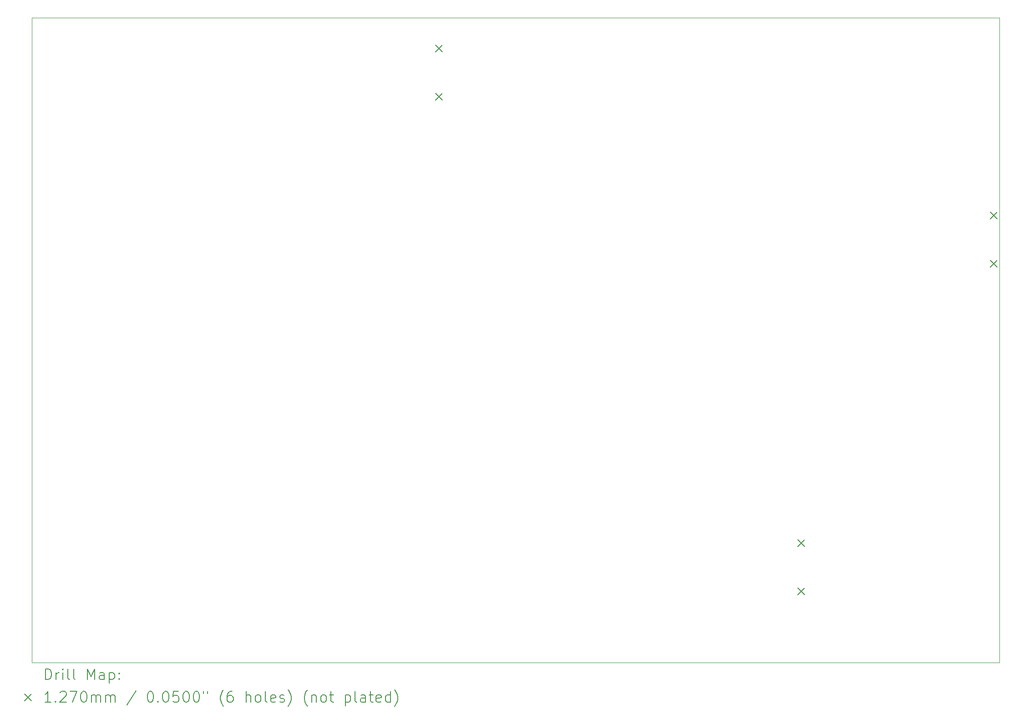
<source format=gbr>
%FSLAX45Y45*%
G04 Gerber Fmt 4.5, Leading zero omitted, Abs format (unit mm)*
G04 Created by KiCad (PCBNEW (6.0.6)) date 2023-04-23 19:50:39*
%MOMM*%
%LPD*%
G01*
G04 APERTURE LIST*
%TA.AperFunction,Profile*%
%ADD10C,0.100000*%
%TD*%
%ADD11C,0.200000*%
%ADD12C,0.127000*%
G04 APERTURE END LIST*
D10*
X4000000Y-14500000D02*
X4000000Y-2500000D01*
X4000000Y-14500000D02*
X22000000Y-14500000D01*
X4000000Y-2500000D02*
X22000000Y-2500000D01*
X22000000Y-14500000D02*
X22000000Y-2500000D01*
D11*
D12*
X11508000Y-3011500D02*
X11635000Y-3138500D01*
X11635000Y-3011500D02*
X11508000Y-3138500D01*
X11508000Y-3911500D02*
X11635000Y-4038500D01*
X11635000Y-3911500D02*
X11508000Y-4038500D01*
X18254000Y-12211500D02*
X18381000Y-12338500D01*
X18381000Y-12211500D02*
X18254000Y-12338500D01*
X18254000Y-13111500D02*
X18381000Y-13238500D01*
X18381000Y-13111500D02*
X18254000Y-13238500D01*
X21829000Y-6116500D02*
X21956000Y-6243500D01*
X21956000Y-6116500D02*
X21829000Y-6243500D01*
X21829000Y-7016500D02*
X21956000Y-7143500D01*
X21956000Y-7016500D02*
X21829000Y-7143500D01*
D11*
X4252619Y-14815476D02*
X4252619Y-14615476D01*
X4300238Y-14615476D01*
X4328810Y-14625000D01*
X4347857Y-14644048D01*
X4357381Y-14663095D01*
X4366905Y-14701190D01*
X4366905Y-14729762D01*
X4357381Y-14767857D01*
X4347857Y-14786905D01*
X4328810Y-14805952D01*
X4300238Y-14815476D01*
X4252619Y-14815476D01*
X4452619Y-14815476D02*
X4452619Y-14682143D01*
X4452619Y-14720238D02*
X4462143Y-14701190D01*
X4471667Y-14691667D01*
X4490714Y-14682143D01*
X4509762Y-14682143D01*
X4576429Y-14815476D02*
X4576429Y-14682143D01*
X4576429Y-14615476D02*
X4566905Y-14625000D01*
X4576429Y-14634524D01*
X4585952Y-14625000D01*
X4576429Y-14615476D01*
X4576429Y-14634524D01*
X4700238Y-14815476D02*
X4681190Y-14805952D01*
X4671667Y-14786905D01*
X4671667Y-14615476D01*
X4805000Y-14815476D02*
X4785952Y-14805952D01*
X4776429Y-14786905D01*
X4776429Y-14615476D01*
X5033571Y-14815476D02*
X5033571Y-14615476D01*
X5100238Y-14758333D01*
X5166905Y-14615476D01*
X5166905Y-14815476D01*
X5347857Y-14815476D02*
X5347857Y-14710714D01*
X5338333Y-14691667D01*
X5319286Y-14682143D01*
X5281190Y-14682143D01*
X5262143Y-14691667D01*
X5347857Y-14805952D02*
X5328810Y-14815476D01*
X5281190Y-14815476D01*
X5262143Y-14805952D01*
X5252619Y-14786905D01*
X5252619Y-14767857D01*
X5262143Y-14748809D01*
X5281190Y-14739286D01*
X5328810Y-14739286D01*
X5347857Y-14729762D01*
X5443095Y-14682143D02*
X5443095Y-14882143D01*
X5443095Y-14691667D02*
X5462143Y-14682143D01*
X5500238Y-14682143D01*
X5519286Y-14691667D01*
X5528810Y-14701190D01*
X5538333Y-14720238D01*
X5538333Y-14777381D01*
X5528810Y-14796428D01*
X5519286Y-14805952D01*
X5500238Y-14815476D01*
X5462143Y-14815476D01*
X5443095Y-14805952D01*
X5624048Y-14796428D02*
X5633571Y-14805952D01*
X5624048Y-14815476D01*
X5614524Y-14805952D01*
X5624048Y-14796428D01*
X5624048Y-14815476D01*
X5624048Y-14691667D02*
X5633571Y-14701190D01*
X5624048Y-14710714D01*
X5614524Y-14701190D01*
X5624048Y-14691667D01*
X5624048Y-14710714D01*
D12*
X3868000Y-15081500D02*
X3995000Y-15208500D01*
X3995000Y-15081500D02*
X3868000Y-15208500D01*
D11*
X4357381Y-15235476D02*
X4243095Y-15235476D01*
X4300238Y-15235476D02*
X4300238Y-15035476D01*
X4281190Y-15064048D01*
X4262143Y-15083095D01*
X4243095Y-15092619D01*
X4443095Y-15216428D02*
X4452619Y-15225952D01*
X4443095Y-15235476D01*
X4433571Y-15225952D01*
X4443095Y-15216428D01*
X4443095Y-15235476D01*
X4528810Y-15054524D02*
X4538333Y-15045000D01*
X4557381Y-15035476D01*
X4605000Y-15035476D01*
X4624048Y-15045000D01*
X4633571Y-15054524D01*
X4643095Y-15073571D01*
X4643095Y-15092619D01*
X4633571Y-15121190D01*
X4519286Y-15235476D01*
X4643095Y-15235476D01*
X4709762Y-15035476D02*
X4843095Y-15035476D01*
X4757381Y-15235476D01*
X4957381Y-15035476D02*
X4976429Y-15035476D01*
X4995476Y-15045000D01*
X5005000Y-15054524D01*
X5014524Y-15073571D01*
X5024048Y-15111667D01*
X5024048Y-15159286D01*
X5014524Y-15197381D01*
X5005000Y-15216428D01*
X4995476Y-15225952D01*
X4976429Y-15235476D01*
X4957381Y-15235476D01*
X4938333Y-15225952D01*
X4928810Y-15216428D01*
X4919286Y-15197381D01*
X4909762Y-15159286D01*
X4909762Y-15111667D01*
X4919286Y-15073571D01*
X4928810Y-15054524D01*
X4938333Y-15045000D01*
X4957381Y-15035476D01*
X5109762Y-15235476D02*
X5109762Y-15102143D01*
X5109762Y-15121190D02*
X5119286Y-15111667D01*
X5138333Y-15102143D01*
X5166905Y-15102143D01*
X5185952Y-15111667D01*
X5195476Y-15130714D01*
X5195476Y-15235476D01*
X5195476Y-15130714D02*
X5205000Y-15111667D01*
X5224048Y-15102143D01*
X5252619Y-15102143D01*
X5271667Y-15111667D01*
X5281190Y-15130714D01*
X5281190Y-15235476D01*
X5376429Y-15235476D02*
X5376429Y-15102143D01*
X5376429Y-15121190D02*
X5385952Y-15111667D01*
X5405000Y-15102143D01*
X5433571Y-15102143D01*
X5452619Y-15111667D01*
X5462143Y-15130714D01*
X5462143Y-15235476D01*
X5462143Y-15130714D02*
X5471667Y-15111667D01*
X5490714Y-15102143D01*
X5519286Y-15102143D01*
X5538333Y-15111667D01*
X5547857Y-15130714D01*
X5547857Y-15235476D01*
X5938333Y-15025952D02*
X5766905Y-15283095D01*
X6195476Y-15035476D02*
X6214524Y-15035476D01*
X6233571Y-15045000D01*
X6243095Y-15054524D01*
X6252619Y-15073571D01*
X6262143Y-15111667D01*
X6262143Y-15159286D01*
X6252619Y-15197381D01*
X6243095Y-15216428D01*
X6233571Y-15225952D01*
X6214524Y-15235476D01*
X6195476Y-15235476D01*
X6176428Y-15225952D01*
X6166905Y-15216428D01*
X6157381Y-15197381D01*
X6147857Y-15159286D01*
X6147857Y-15111667D01*
X6157381Y-15073571D01*
X6166905Y-15054524D01*
X6176428Y-15045000D01*
X6195476Y-15035476D01*
X6347857Y-15216428D02*
X6357381Y-15225952D01*
X6347857Y-15235476D01*
X6338333Y-15225952D01*
X6347857Y-15216428D01*
X6347857Y-15235476D01*
X6481190Y-15035476D02*
X6500238Y-15035476D01*
X6519286Y-15045000D01*
X6528809Y-15054524D01*
X6538333Y-15073571D01*
X6547857Y-15111667D01*
X6547857Y-15159286D01*
X6538333Y-15197381D01*
X6528809Y-15216428D01*
X6519286Y-15225952D01*
X6500238Y-15235476D01*
X6481190Y-15235476D01*
X6462143Y-15225952D01*
X6452619Y-15216428D01*
X6443095Y-15197381D01*
X6433571Y-15159286D01*
X6433571Y-15111667D01*
X6443095Y-15073571D01*
X6452619Y-15054524D01*
X6462143Y-15045000D01*
X6481190Y-15035476D01*
X6728809Y-15035476D02*
X6633571Y-15035476D01*
X6624048Y-15130714D01*
X6633571Y-15121190D01*
X6652619Y-15111667D01*
X6700238Y-15111667D01*
X6719286Y-15121190D01*
X6728809Y-15130714D01*
X6738333Y-15149762D01*
X6738333Y-15197381D01*
X6728809Y-15216428D01*
X6719286Y-15225952D01*
X6700238Y-15235476D01*
X6652619Y-15235476D01*
X6633571Y-15225952D01*
X6624048Y-15216428D01*
X6862143Y-15035476D02*
X6881190Y-15035476D01*
X6900238Y-15045000D01*
X6909762Y-15054524D01*
X6919286Y-15073571D01*
X6928809Y-15111667D01*
X6928809Y-15159286D01*
X6919286Y-15197381D01*
X6909762Y-15216428D01*
X6900238Y-15225952D01*
X6881190Y-15235476D01*
X6862143Y-15235476D01*
X6843095Y-15225952D01*
X6833571Y-15216428D01*
X6824048Y-15197381D01*
X6814524Y-15159286D01*
X6814524Y-15111667D01*
X6824048Y-15073571D01*
X6833571Y-15054524D01*
X6843095Y-15045000D01*
X6862143Y-15035476D01*
X7052619Y-15035476D02*
X7071667Y-15035476D01*
X7090714Y-15045000D01*
X7100238Y-15054524D01*
X7109762Y-15073571D01*
X7119286Y-15111667D01*
X7119286Y-15159286D01*
X7109762Y-15197381D01*
X7100238Y-15216428D01*
X7090714Y-15225952D01*
X7071667Y-15235476D01*
X7052619Y-15235476D01*
X7033571Y-15225952D01*
X7024048Y-15216428D01*
X7014524Y-15197381D01*
X7005000Y-15159286D01*
X7005000Y-15111667D01*
X7014524Y-15073571D01*
X7024048Y-15054524D01*
X7033571Y-15045000D01*
X7052619Y-15035476D01*
X7195476Y-15035476D02*
X7195476Y-15073571D01*
X7271667Y-15035476D02*
X7271667Y-15073571D01*
X7566905Y-15311667D02*
X7557381Y-15302143D01*
X7538333Y-15273571D01*
X7528809Y-15254524D01*
X7519286Y-15225952D01*
X7509762Y-15178333D01*
X7509762Y-15140238D01*
X7519286Y-15092619D01*
X7528809Y-15064048D01*
X7538333Y-15045000D01*
X7557381Y-15016428D01*
X7566905Y-15006905D01*
X7728809Y-15035476D02*
X7690714Y-15035476D01*
X7671667Y-15045000D01*
X7662143Y-15054524D01*
X7643095Y-15083095D01*
X7633571Y-15121190D01*
X7633571Y-15197381D01*
X7643095Y-15216428D01*
X7652619Y-15225952D01*
X7671667Y-15235476D01*
X7709762Y-15235476D01*
X7728809Y-15225952D01*
X7738333Y-15216428D01*
X7747857Y-15197381D01*
X7747857Y-15149762D01*
X7738333Y-15130714D01*
X7728809Y-15121190D01*
X7709762Y-15111667D01*
X7671667Y-15111667D01*
X7652619Y-15121190D01*
X7643095Y-15130714D01*
X7633571Y-15149762D01*
X7985952Y-15235476D02*
X7985952Y-15035476D01*
X8071667Y-15235476D02*
X8071667Y-15130714D01*
X8062143Y-15111667D01*
X8043095Y-15102143D01*
X8014524Y-15102143D01*
X7995476Y-15111667D01*
X7985952Y-15121190D01*
X8195476Y-15235476D02*
X8176428Y-15225952D01*
X8166905Y-15216428D01*
X8157381Y-15197381D01*
X8157381Y-15140238D01*
X8166905Y-15121190D01*
X8176428Y-15111667D01*
X8195476Y-15102143D01*
X8224048Y-15102143D01*
X8243095Y-15111667D01*
X8252619Y-15121190D01*
X8262143Y-15140238D01*
X8262143Y-15197381D01*
X8252619Y-15216428D01*
X8243095Y-15225952D01*
X8224048Y-15235476D01*
X8195476Y-15235476D01*
X8376428Y-15235476D02*
X8357381Y-15225952D01*
X8347857Y-15206905D01*
X8347857Y-15035476D01*
X8528810Y-15225952D02*
X8509762Y-15235476D01*
X8471667Y-15235476D01*
X8452619Y-15225952D01*
X8443095Y-15206905D01*
X8443095Y-15130714D01*
X8452619Y-15111667D01*
X8471667Y-15102143D01*
X8509762Y-15102143D01*
X8528810Y-15111667D01*
X8538333Y-15130714D01*
X8538333Y-15149762D01*
X8443095Y-15168809D01*
X8614524Y-15225952D02*
X8633571Y-15235476D01*
X8671667Y-15235476D01*
X8690714Y-15225952D01*
X8700238Y-15206905D01*
X8700238Y-15197381D01*
X8690714Y-15178333D01*
X8671667Y-15168809D01*
X8643095Y-15168809D01*
X8624048Y-15159286D01*
X8614524Y-15140238D01*
X8614524Y-15130714D01*
X8624048Y-15111667D01*
X8643095Y-15102143D01*
X8671667Y-15102143D01*
X8690714Y-15111667D01*
X8766905Y-15311667D02*
X8776429Y-15302143D01*
X8795476Y-15273571D01*
X8805000Y-15254524D01*
X8814524Y-15225952D01*
X8824048Y-15178333D01*
X8824048Y-15140238D01*
X8814524Y-15092619D01*
X8805000Y-15064048D01*
X8795476Y-15045000D01*
X8776429Y-15016428D01*
X8766905Y-15006905D01*
X9128810Y-15311667D02*
X9119286Y-15302143D01*
X9100238Y-15273571D01*
X9090714Y-15254524D01*
X9081190Y-15225952D01*
X9071667Y-15178333D01*
X9071667Y-15140238D01*
X9081190Y-15092619D01*
X9090714Y-15064048D01*
X9100238Y-15045000D01*
X9119286Y-15016428D01*
X9128810Y-15006905D01*
X9205000Y-15102143D02*
X9205000Y-15235476D01*
X9205000Y-15121190D02*
X9214524Y-15111667D01*
X9233571Y-15102143D01*
X9262143Y-15102143D01*
X9281190Y-15111667D01*
X9290714Y-15130714D01*
X9290714Y-15235476D01*
X9414524Y-15235476D02*
X9395476Y-15225952D01*
X9385952Y-15216428D01*
X9376429Y-15197381D01*
X9376429Y-15140238D01*
X9385952Y-15121190D01*
X9395476Y-15111667D01*
X9414524Y-15102143D01*
X9443095Y-15102143D01*
X9462143Y-15111667D01*
X9471667Y-15121190D01*
X9481190Y-15140238D01*
X9481190Y-15197381D01*
X9471667Y-15216428D01*
X9462143Y-15225952D01*
X9443095Y-15235476D01*
X9414524Y-15235476D01*
X9538333Y-15102143D02*
X9614524Y-15102143D01*
X9566905Y-15035476D02*
X9566905Y-15206905D01*
X9576429Y-15225952D01*
X9595476Y-15235476D01*
X9614524Y-15235476D01*
X9833571Y-15102143D02*
X9833571Y-15302143D01*
X9833571Y-15111667D02*
X9852619Y-15102143D01*
X9890714Y-15102143D01*
X9909762Y-15111667D01*
X9919286Y-15121190D01*
X9928810Y-15140238D01*
X9928810Y-15197381D01*
X9919286Y-15216428D01*
X9909762Y-15225952D01*
X9890714Y-15235476D01*
X9852619Y-15235476D01*
X9833571Y-15225952D01*
X10043095Y-15235476D02*
X10024048Y-15225952D01*
X10014524Y-15206905D01*
X10014524Y-15035476D01*
X10205000Y-15235476D02*
X10205000Y-15130714D01*
X10195476Y-15111667D01*
X10176429Y-15102143D01*
X10138333Y-15102143D01*
X10119286Y-15111667D01*
X10205000Y-15225952D02*
X10185952Y-15235476D01*
X10138333Y-15235476D01*
X10119286Y-15225952D01*
X10109762Y-15206905D01*
X10109762Y-15187857D01*
X10119286Y-15168809D01*
X10138333Y-15159286D01*
X10185952Y-15159286D01*
X10205000Y-15149762D01*
X10271667Y-15102143D02*
X10347857Y-15102143D01*
X10300238Y-15035476D02*
X10300238Y-15206905D01*
X10309762Y-15225952D01*
X10328810Y-15235476D01*
X10347857Y-15235476D01*
X10490714Y-15225952D02*
X10471667Y-15235476D01*
X10433571Y-15235476D01*
X10414524Y-15225952D01*
X10405000Y-15206905D01*
X10405000Y-15130714D01*
X10414524Y-15111667D01*
X10433571Y-15102143D01*
X10471667Y-15102143D01*
X10490714Y-15111667D01*
X10500238Y-15130714D01*
X10500238Y-15149762D01*
X10405000Y-15168809D01*
X10671667Y-15235476D02*
X10671667Y-15035476D01*
X10671667Y-15225952D02*
X10652619Y-15235476D01*
X10614524Y-15235476D01*
X10595476Y-15225952D01*
X10585952Y-15216428D01*
X10576429Y-15197381D01*
X10576429Y-15140238D01*
X10585952Y-15121190D01*
X10595476Y-15111667D01*
X10614524Y-15102143D01*
X10652619Y-15102143D01*
X10671667Y-15111667D01*
X10747857Y-15311667D02*
X10757381Y-15302143D01*
X10776429Y-15273571D01*
X10785952Y-15254524D01*
X10795476Y-15225952D01*
X10805000Y-15178333D01*
X10805000Y-15140238D01*
X10795476Y-15092619D01*
X10785952Y-15064048D01*
X10776429Y-15045000D01*
X10757381Y-15016428D01*
X10747857Y-15006905D01*
M02*

</source>
